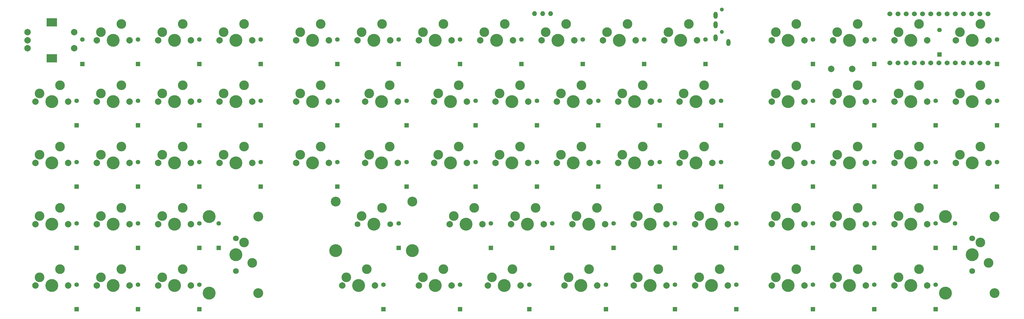
<source format=gts>
G04 #@! TF.GenerationSoftware,KiCad,Pcbnew,(6.0.0)*
G04 #@! TF.CreationDate,2022-01-02T20:35:14+09:00*
G04 #@! TF.ProjectId,TwENkey,5477454e-6b65-4792-9e6b-696361645f70,rev?*
G04 #@! TF.SameCoordinates,Original*
G04 #@! TF.FileFunction,Soldermask,Top*
G04 #@! TF.FilePolarity,Negative*
%FSLAX46Y46*%
G04 Gerber Fmt 4.6, Leading zero omitted, Abs format (unit mm)*
G04 Created by KiCad (PCBNEW (6.0.0)) date 2022-01-02 20:35:14*
%MOMM*%
%LPD*%
G01*
G04 APERTURE LIST*
%ADD10O,1.300000X2.200000*%
%ADD11C,1.210000*%
%ADD12C,2.000000*%
%ADD13R,3.200000X2.500000*%
%ADD14C,3.000000*%
%ADD15C,4.000000*%
%ADD16R,1.397000X1.397000*%
%ADD17C,1.397000*%
%ADD18C,1.800000*%
%ADD19C,3.050000*%
%ADD20C,1.524000*%
%ADD21O,1.500000X1.500000*%
G04 APERTURE END LIST*
D10*
X234636520Y-23814824D03*
X234636520Y-20814824D03*
X238636520Y-29314824D03*
X234636520Y-27814824D03*
D11*
X236636520Y-19014824D03*
X236636520Y-26014824D03*
D12*
X21075000Y-26075000D03*
X21075000Y-31075000D03*
X21075000Y-28575000D03*
D13*
X28575000Y-22975000D03*
X28575000Y-34175000D03*
D12*
X35575000Y-31075000D03*
X35575000Y-26075000D03*
X33655000Y-104775000D03*
D14*
X31115000Y-99695000D03*
D12*
X23495000Y-104775000D03*
D14*
X24765000Y-102235000D03*
D15*
X28575000Y-104775000D03*
D12*
X52705000Y-47625000D03*
D14*
X50165000Y-42545000D03*
D12*
X42545000Y-47625000D03*
D14*
X43815000Y-45085000D03*
D15*
X47625000Y-47625000D03*
D12*
X42545000Y-104775000D03*
D14*
X50165000Y-99695000D03*
D15*
X47625000Y-104775000D03*
D12*
X52705000Y-104775000D03*
D14*
X43815000Y-102235000D03*
D12*
X52705000Y-28575000D03*
D14*
X50165000Y-23495000D03*
X43815000Y-26035000D03*
D12*
X42545000Y-28575000D03*
D15*
X47625000Y-28575000D03*
X47625000Y-85725000D03*
D12*
X52705000Y-85725000D03*
D14*
X43815000Y-83185000D03*
X50165000Y-80645000D03*
D12*
X42545000Y-85725000D03*
D15*
X47625000Y-66675000D03*
D12*
X42545000Y-66675000D03*
X52705000Y-66675000D03*
D14*
X50165000Y-61595000D03*
X43815000Y-64135000D03*
X62865000Y-45085000D03*
D12*
X61595000Y-47625000D03*
X71755000Y-47625000D03*
D14*
X69215000Y-42545000D03*
D15*
X66675000Y-47625000D03*
D14*
X62865000Y-26035000D03*
D12*
X61595000Y-28575000D03*
D14*
X69215000Y-23495000D03*
D15*
X66675000Y-28575000D03*
D12*
X71755000Y-28575000D03*
X61595000Y-66675000D03*
D14*
X69215000Y-61595000D03*
X62865000Y-64135000D03*
D12*
X71755000Y-66675000D03*
D15*
X66675000Y-66675000D03*
D12*
X71755000Y-85725000D03*
D14*
X62865000Y-83185000D03*
X69215000Y-80645000D03*
D15*
X66675000Y-85725000D03*
D12*
X61595000Y-85725000D03*
X90805000Y-47625000D03*
X80645000Y-47625000D03*
D14*
X81915000Y-45085000D03*
D15*
X85725000Y-47625000D03*
D14*
X88265000Y-42545000D03*
X81915000Y-64135000D03*
X88265000Y-61595000D03*
D15*
X85725000Y-66675000D03*
D12*
X80645000Y-66675000D03*
X90805000Y-66675000D03*
X71755000Y-104775000D03*
D14*
X62865000Y-102235000D03*
D12*
X61595000Y-104775000D03*
D15*
X66675000Y-104775000D03*
D14*
X69215000Y-99695000D03*
X112077500Y-42545000D03*
D12*
X104457500Y-47625000D03*
X114617500Y-47625000D03*
D15*
X109537500Y-47625000D03*
D14*
X105727500Y-45085000D03*
D12*
X171132500Y-85725000D03*
D15*
X176212500Y-85725000D03*
D14*
X172402500Y-83185000D03*
D12*
X181292500Y-85725000D03*
D14*
X178752500Y-80645000D03*
D12*
X114617500Y-66675000D03*
D14*
X105727500Y-64135000D03*
D15*
X109537500Y-66675000D03*
D12*
X104457500Y-66675000D03*
D14*
X112077500Y-61595000D03*
X159702500Y-80645000D03*
D15*
X157162500Y-85725000D03*
D12*
X152082500Y-85725000D03*
X162242500Y-85725000D03*
D14*
X153352500Y-83185000D03*
D15*
X152400000Y-47625000D03*
D12*
X147320000Y-47625000D03*
D14*
X148590000Y-45085000D03*
D12*
X157480000Y-47625000D03*
D14*
X154940000Y-42545000D03*
X148590000Y-64135000D03*
X154940000Y-61595000D03*
D12*
X157480000Y-66675000D03*
X147320000Y-66675000D03*
D15*
X152400000Y-66675000D03*
D12*
X114617500Y-28575000D03*
D14*
X105727500Y-26035000D03*
D12*
X104457500Y-28575000D03*
D14*
X112077500Y-23495000D03*
D15*
X109537500Y-28575000D03*
D14*
X131127500Y-23495000D03*
D12*
X133667500Y-28575000D03*
D14*
X124777500Y-26035000D03*
D15*
X128587500Y-28575000D03*
D12*
X123507500Y-28575000D03*
D14*
X193040000Y-61595000D03*
D12*
X185420000Y-66675000D03*
D15*
X190500000Y-66675000D03*
D14*
X186690000Y-64135000D03*
D12*
X195580000Y-66675000D03*
D14*
X191452500Y-83185000D03*
D12*
X200342500Y-85725000D03*
D14*
X197802500Y-80645000D03*
D15*
X195262500Y-85725000D03*
D12*
X190182500Y-85725000D03*
D14*
X188277500Y-23495000D03*
X181927500Y-26035000D03*
D12*
X180657500Y-28575000D03*
X190817500Y-28575000D03*
D15*
X185737500Y-28575000D03*
D12*
X214630000Y-47625000D03*
X204470000Y-47625000D03*
D14*
X205740000Y-45085000D03*
X212090000Y-42545000D03*
D15*
X209550000Y-47625000D03*
D12*
X171767500Y-28575000D03*
D15*
X166687500Y-28575000D03*
D14*
X169227500Y-23495000D03*
D12*
X161607500Y-28575000D03*
D14*
X162877500Y-26035000D03*
D15*
X171450000Y-66675000D03*
D14*
X167640000Y-64135000D03*
D12*
X166370000Y-66675000D03*
X176530000Y-66675000D03*
D14*
X173990000Y-61595000D03*
D12*
X142557500Y-28575000D03*
D14*
X150177500Y-23495000D03*
D15*
X147637500Y-28575000D03*
D12*
X152717500Y-28575000D03*
D14*
X143827500Y-26035000D03*
D12*
X219392500Y-85725000D03*
D14*
X216852500Y-80645000D03*
D15*
X214312500Y-85725000D03*
D12*
X209232500Y-85725000D03*
D14*
X210502500Y-83185000D03*
D12*
X166370000Y-47625000D03*
D14*
X173990000Y-42545000D03*
D12*
X176530000Y-47625000D03*
D15*
X171450000Y-47625000D03*
D14*
X167640000Y-45085000D03*
D12*
X214630000Y-66675000D03*
D15*
X209550000Y-66675000D03*
D14*
X205740000Y-64135000D03*
X212090000Y-61595000D03*
D12*
X204470000Y-66675000D03*
D14*
X186690000Y-45085000D03*
D12*
X185420000Y-47625000D03*
X195580000Y-47625000D03*
D14*
X193040000Y-42545000D03*
D15*
X190500000Y-47625000D03*
D12*
X209867500Y-28575000D03*
D14*
X200977500Y-26035000D03*
D12*
X199707500Y-28575000D03*
D14*
X207327500Y-23495000D03*
D15*
X204787500Y-28575000D03*
X314325000Y-28575000D03*
D14*
X310515000Y-26035000D03*
D12*
X309245000Y-28575000D03*
D14*
X316865000Y-23495000D03*
D12*
X319405000Y-28575000D03*
D15*
X314325000Y-47625000D03*
D12*
X319405000Y-47625000D03*
D14*
X316865000Y-42545000D03*
X310515000Y-45085000D03*
D12*
X309245000Y-47625000D03*
X319405000Y-66675000D03*
D14*
X310515000Y-64135000D03*
D15*
X314325000Y-66675000D03*
D14*
X316865000Y-61595000D03*
D12*
X309245000Y-66675000D03*
D15*
X295275000Y-85725000D03*
D14*
X291465000Y-83185000D03*
D12*
X300355000Y-85725000D03*
X290195000Y-85725000D03*
D14*
X297815000Y-80645000D03*
X291465000Y-26035000D03*
X297815000Y-23495000D03*
D12*
X290195000Y-28575000D03*
D15*
X295275000Y-28575000D03*
D12*
X300355000Y-28575000D03*
D14*
X278765000Y-99695000D03*
X272415000Y-102235000D03*
D12*
X281305000Y-104775000D03*
D15*
X276225000Y-104775000D03*
D12*
X271145000Y-104775000D03*
D15*
X295275000Y-104775000D03*
D12*
X290195000Y-104775000D03*
X300355000Y-104775000D03*
D14*
X291465000Y-102235000D03*
X297815000Y-99695000D03*
X150177500Y-99695000D03*
D15*
X147637500Y-104775000D03*
D12*
X142557500Y-104775000D03*
D14*
X143827500Y-102235000D03*
D12*
X152717500Y-104775000D03*
D15*
X169068750Y-104775000D03*
D14*
X171608750Y-99695000D03*
D12*
X163988750Y-104775000D03*
X174148750Y-104775000D03*
D14*
X165258750Y-102235000D03*
X195421250Y-99695000D03*
D15*
X192881250Y-104775000D03*
D14*
X189071250Y-102235000D03*
D12*
X187801250Y-104775000D03*
X197961250Y-104775000D03*
X209232500Y-104775000D03*
D15*
X214312500Y-104775000D03*
D12*
X219392500Y-104775000D03*
D14*
X210502500Y-102235000D03*
X216852500Y-99695000D03*
D16*
X308967447Y-93106950D03*
D17*
X308967447Y-85486950D03*
D16*
X183951717Y-93106950D03*
D17*
X183951717Y-85486950D03*
D16*
X200620481Y-112156966D03*
D17*
X200620481Y-104536966D03*
D16*
X138707929Y-74056934D03*
D17*
X138707929Y-66436934D03*
D16*
X222051749Y-112156966D03*
D17*
X222051749Y-104536966D03*
D12*
X238442500Y-104775000D03*
D14*
X229552500Y-102235000D03*
X235902500Y-99695000D03*
D12*
X228282500Y-104775000D03*
D15*
X233362500Y-104775000D03*
D12*
X270593980Y-37504719D03*
X277093980Y-37504719D03*
D15*
X85725072Y-28575024D03*
D14*
X81915072Y-26035024D03*
D12*
X80645072Y-28575024D03*
X90805072Y-28575024D03*
D14*
X88265072Y-23495024D03*
D16*
X303014317Y-93106950D03*
D17*
X303014317Y-85486950D03*
D15*
X276225000Y-47625000D03*
D14*
X272415000Y-45085000D03*
X278765000Y-42545000D03*
D12*
X271145000Y-47625000D03*
X281305000Y-47625000D03*
D16*
X303014317Y-74056934D03*
D17*
X303014317Y-66436934D03*
D14*
X31115000Y-80645000D03*
D15*
X28575000Y-85725000D03*
D12*
X33655000Y-85725000D03*
X23495000Y-85725000D03*
D14*
X24765000Y-83185000D03*
D16*
X193476725Y-35956902D03*
D17*
X193476725Y-28336902D03*
D16*
X236339261Y-74056934D03*
D17*
X236339261Y-66436934D03*
D12*
X23495000Y-66675000D03*
D14*
X24765000Y-64135000D03*
X31115000Y-61595000D03*
D12*
X33655000Y-66675000D03*
D15*
X28575000Y-66675000D03*
D16*
X93464141Y-74056934D03*
D17*
X93464141Y-66436934D03*
D16*
X264914285Y-74056934D03*
D17*
X264914285Y-66436934D03*
D16*
X74414125Y-55006918D03*
D17*
X74414125Y-47386918D03*
D16*
X264914285Y-112156966D03*
D17*
X264914285Y-104536966D03*
D16*
X93464141Y-55006918D03*
D17*
X93464141Y-47386918D03*
D12*
X223520000Y-66675000D03*
D15*
X228600000Y-66675000D03*
D12*
X233680000Y-66675000D03*
D14*
X231140000Y-61595000D03*
X224790000Y-64135000D03*
D16*
X55364109Y-93106950D03*
D17*
X55364109Y-85486950D03*
D16*
X179189213Y-74056934D03*
D17*
X179189213Y-66436934D03*
D16*
X283964301Y-35956902D03*
D17*
X283964301Y-28336902D03*
D15*
X130968750Y-66675000D03*
D14*
X127158750Y-64135000D03*
X133508750Y-61595000D03*
D12*
X136048750Y-66675000D03*
X125888750Y-66675000D03*
D14*
X31115000Y-42545000D03*
X24765000Y-45085000D03*
D12*
X23495000Y-47625000D03*
D15*
X28575000Y-47625000D03*
D12*
X33655000Y-47625000D03*
D16*
X231576757Y-35956902D03*
D17*
X231576757Y-28336902D03*
D16*
X198239229Y-74056934D03*
D17*
X198239229Y-66436934D03*
D15*
X257175000Y-28575000D03*
D14*
X259715000Y-23495000D03*
D12*
X252095000Y-28575000D03*
D14*
X253365000Y-26035000D03*
D12*
X262255000Y-28575000D03*
D16*
X303014317Y-55006918D03*
D17*
X303014317Y-47386918D03*
D15*
X276225000Y-85725000D03*
D12*
X271145000Y-85725000D03*
D14*
X278765000Y-80645000D03*
D12*
X281305000Y-85725000D03*
D14*
X272415000Y-83185000D03*
D16*
X212526741Y-35956902D03*
D17*
X212526741Y-28336902D03*
D14*
X316865000Y-91440000D03*
D15*
X306085000Y-83350000D03*
D18*
X314325000Y-100330000D03*
D15*
X314325000Y-95250000D03*
D19*
X321325000Y-107150000D03*
D14*
X319405000Y-97790000D03*
D18*
X314325000Y-90170000D03*
D15*
X306085000Y-107150000D03*
D19*
X321325000Y-83350000D03*
D16*
X160139197Y-74056934D03*
D17*
X160139197Y-66436934D03*
D12*
X136048750Y-47625000D03*
D14*
X133508750Y-42545000D03*
D15*
X130968750Y-47625000D03*
D14*
X127158750Y-45085000D03*
D12*
X125888750Y-47625000D03*
D16*
X236339261Y-55006918D03*
D17*
X236339261Y-47386918D03*
D14*
X259715000Y-61595000D03*
D15*
X257175000Y-66675000D03*
D14*
X253365000Y-64135000D03*
D12*
X252095000Y-66675000D03*
X262255000Y-66675000D03*
D16*
X55364109Y-74056934D03*
D17*
X55364109Y-66436934D03*
D16*
X80367255Y-93106950D03*
D17*
X80367255Y-85486950D03*
D16*
X136326677Y-93106950D03*
D17*
X136326677Y-85486950D03*
D20*
X288750630Y-35636111D03*
X288750630Y-20416111D03*
X291290630Y-20416111D03*
X293830630Y-20416111D03*
X296370630Y-20416111D03*
X298910630Y-20416111D03*
X301450630Y-20416111D03*
X303990630Y-20416111D03*
X306530630Y-20416111D03*
X309070630Y-20416111D03*
X311610630Y-20416111D03*
X314150630Y-20416111D03*
X316690630Y-20416111D03*
X319230630Y-20416111D03*
X319230630Y-35636111D03*
X316690630Y-35636111D03*
X314150630Y-35636111D03*
X311610630Y-35636111D03*
X309070630Y-35636111D03*
X306530630Y-35636111D03*
X303990630Y-35636111D03*
X301450630Y-35636111D03*
X298910630Y-35636111D03*
X296370630Y-35636111D03*
X293830630Y-35636111D03*
X291290630Y-35636111D03*
D16*
X304204943Y-32980337D03*
D17*
X304204943Y-25360337D03*
D16*
X74414125Y-35956902D03*
D17*
X74414125Y-28336902D03*
D16*
X241101765Y-112156966D03*
D17*
X241101765Y-104536966D03*
D16*
X303014317Y-112156966D03*
D17*
X303014317Y-104536966D03*
X36314093Y-47386918D03*
D16*
X36314093Y-55006918D03*
X264914285Y-55006918D03*
D17*
X264914285Y-47386918D03*
D12*
X262255000Y-104775000D03*
D15*
X257175000Y-104775000D03*
D12*
X252095000Y-104775000D03*
D14*
X259715000Y-99695000D03*
X253365000Y-102235000D03*
D16*
X322064333Y-35956902D03*
D17*
X322064333Y-28336902D03*
D18*
X133667500Y-85725000D03*
D15*
X116687500Y-93965000D03*
D14*
X124777500Y-83185000D03*
D15*
X140487500Y-93965000D03*
X128587500Y-85725000D03*
D14*
X131127500Y-80645000D03*
D19*
X140487500Y-78725000D03*
D18*
X123507500Y-85725000D03*
D19*
X116687500Y-78725000D03*
D16*
X322064333Y-55006918D03*
D17*
X322064333Y-47386918D03*
D16*
X283964301Y-74056934D03*
D17*
X283964301Y-66436934D03*
D16*
X138707929Y-55006918D03*
D17*
X138707929Y-47386918D03*
D16*
X155376693Y-35956902D03*
D17*
X155376693Y-28336902D03*
D16*
X117276661Y-74056934D03*
D17*
X117276661Y-66436934D03*
D16*
X217289245Y-55006918D03*
D17*
X217289245Y-47386918D03*
D16*
X164901701Y-93106950D03*
D17*
X164901701Y-85486950D03*
D14*
X226377500Y-23495000D03*
D12*
X218757500Y-28575000D03*
D15*
X223837500Y-28575000D03*
D14*
X220027500Y-26035000D03*
D12*
X228917500Y-28575000D03*
D16*
X264914285Y-93106950D03*
D17*
X264914285Y-85486950D03*
D14*
X291465000Y-45085000D03*
D12*
X300355000Y-47625000D03*
D14*
X297815000Y-42545000D03*
D15*
X295275000Y-47625000D03*
D12*
X290195000Y-47625000D03*
D16*
X117276661Y-35956902D03*
D17*
X117276661Y-28336902D03*
D16*
X74414125Y-74056934D03*
D17*
X74414125Y-66436934D03*
X38100032Y-28336902D03*
D16*
X38100032Y-35956902D03*
D12*
X281305000Y-66675000D03*
D14*
X278765000Y-61595000D03*
D15*
X276225000Y-66675000D03*
D12*
X271145000Y-66675000D03*
D14*
X272415000Y-64135000D03*
D17*
X36314093Y-66436934D03*
D16*
X36314093Y-74056934D03*
X217289245Y-74056934D03*
D17*
X217289245Y-66436934D03*
D14*
X259715000Y-42545000D03*
D12*
X252095000Y-47625000D03*
D15*
X257175000Y-47625000D03*
D12*
X262255000Y-47625000D03*
D14*
X253365000Y-45085000D03*
D16*
X283964301Y-112156966D03*
D17*
X283964301Y-104536966D03*
D16*
X283964301Y-55006918D03*
D17*
X283964301Y-47386918D03*
D16*
X74414125Y-112156966D03*
D17*
X74414125Y-104536966D03*
D16*
X160139197Y-55006918D03*
D17*
X160139197Y-47386918D03*
D16*
X55364109Y-112156966D03*
D17*
X55364109Y-104536966D03*
D16*
X241101765Y-93106950D03*
D17*
X241101765Y-85486950D03*
D16*
X203001733Y-93106950D03*
D17*
X203001733Y-85486950D03*
D16*
X322064333Y-74056934D03*
D17*
X322064333Y-66436934D03*
D16*
X93464141Y-35956902D03*
D17*
X93464141Y-28336902D03*
D12*
X238442500Y-85725000D03*
D15*
X233362500Y-85725000D03*
D14*
X235902500Y-80645000D03*
X229552500Y-83185000D03*
D12*
X228282500Y-85725000D03*
D16*
X198239229Y-55006918D03*
D17*
X198239229Y-47386918D03*
D16*
X174426709Y-35956902D03*
D17*
X174426709Y-28336902D03*
D16*
X55364109Y-55006918D03*
D17*
X55364109Y-47386918D03*
D16*
X179189213Y-55006918D03*
D17*
X179189213Y-47386918D03*
D15*
X77485000Y-107150000D03*
D19*
X92725000Y-83350000D03*
D18*
X85725000Y-100330000D03*
X85725000Y-90170000D03*
D15*
X85725000Y-95250000D03*
D14*
X90805000Y-97790000D03*
D15*
X77485000Y-83350000D03*
D14*
X88265000Y-91440000D03*
D19*
X92725000Y-107150000D03*
D16*
X74414125Y-93106950D03*
D17*
X74414125Y-85486950D03*
D21*
X180975152Y-20290642D03*
X183475152Y-20290642D03*
X178475152Y-20290642D03*
D16*
X136326677Y-35956902D03*
D17*
X136326677Y-28336902D03*
D16*
X55364109Y-35956902D03*
D17*
X55364109Y-28336902D03*
D16*
X264914285Y-35956902D03*
D17*
X264914285Y-28336902D03*
D12*
X233680000Y-47625000D03*
X223520000Y-47625000D03*
D14*
X231140000Y-42545000D03*
X224790000Y-45085000D03*
D15*
X228600000Y-47625000D03*
D16*
X131564173Y-112156966D03*
D17*
X131564173Y-104536966D03*
D14*
X259715000Y-80645000D03*
D12*
X262255000Y-85725000D03*
D14*
X253365000Y-83185000D03*
D12*
X252095000Y-85725000D03*
D15*
X257175000Y-85725000D03*
D12*
X271145000Y-28575000D03*
D14*
X278765000Y-23495000D03*
D15*
X276225000Y-28575000D03*
D14*
X272415000Y-26035000D03*
D12*
X281305000Y-28575000D03*
D17*
X36314093Y-85486950D03*
D16*
X36314093Y-93106950D03*
X222051749Y-93106950D03*
D17*
X222051749Y-85486950D03*
D16*
X283964301Y-93106950D03*
D17*
X283964301Y-85486950D03*
D14*
X126365000Y-99695000D03*
X120015000Y-102235000D03*
D12*
X128905000Y-104775000D03*
D15*
X123825000Y-104775000D03*
D12*
X118745000Y-104775000D03*
D17*
X36314093Y-104536966D03*
D16*
X36314093Y-112156966D03*
X117276661Y-55006918D03*
D17*
X117276661Y-47386918D03*
D16*
X176807961Y-112156966D03*
D17*
X176807961Y-104536966D03*
D16*
X155376693Y-112156966D03*
D17*
X155376693Y-104536966D03*
D15*
X295275000Y-66675000D03*
D12*
X300355000Y-66675000D03*
D14*
X291465000Y-64135000D03*
X297815000Y-61595000D03*
D12*
X290195000Y-66675000D03*
M02*

</source>
